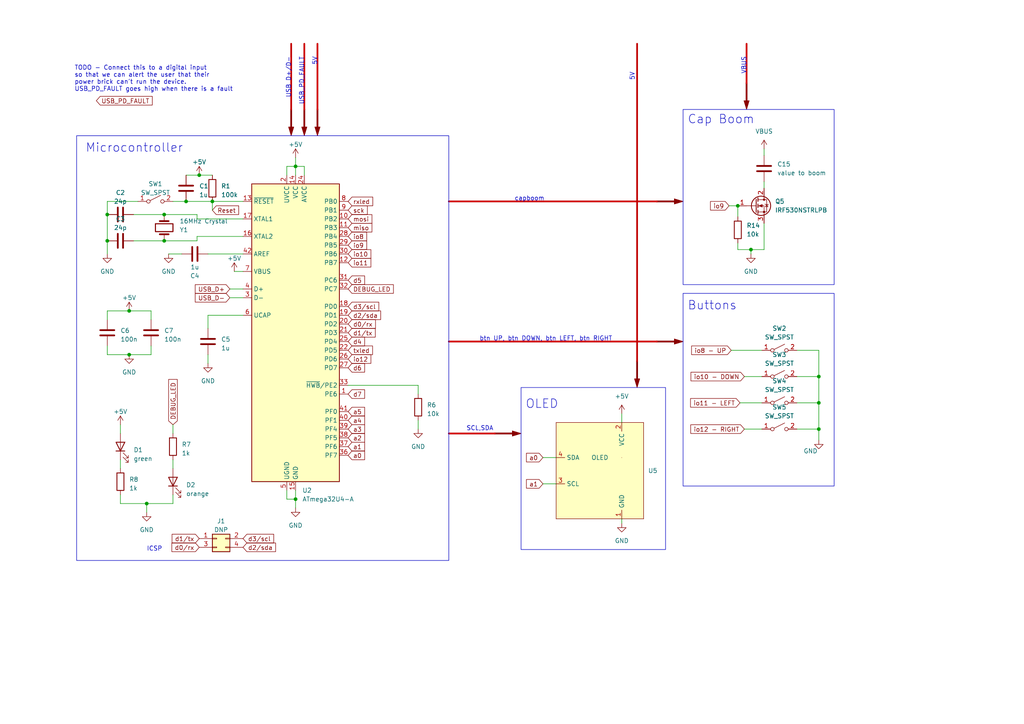
<source format=kicad_sch>
(kicad_sch (version 20230121) (generator eeschema)
  (paper "A4")
  (title_block (title "ExploSnake") (date "2023-10-19") (rev "r1") (company "Team 2"))
  (lib_symbols
    (symbol "Connector_Generic:Conn_02x02_Odd_Even" (pin_names (offset 1.016) hide)
      (property "Reference" "J" (at 1.27 2.54 0))
      (property "Value" "Conn_02x02_Odd_Even" (at 1.27 -5.08 0))
      (symbol "Conn_02x02_Odd_Even_1_1"
        (rectangle (start -1.27 -2.413) (end 0 -2.667) (stroke (width 0.1524)))
        (rectangle (start -1.27 0.127) (end 0 -0.127) (stroke (width 0.1524)))
        (rectangle (start -1.27 1.27) (end 3.81 -3.81) (stroke (width 0.254)) (fill (type background)))
        (rectangle (start 3.81 -2.413) (end 2.54 -2.667) (stroke (width 0.1524)))
        (rectangle (start 3.81 0.127) (end 2.54 -0.127) (stroke (width 0.1524)))
        (pin passive line (at -5.08 0 0) (length 3.81) (name "Pin_1") (number "1"))
        (pin passive line (at 7.62 0 180) (length 3.81) (name "Pin_2") (number "2"))
        (pin passive line (at -5.08 -2.54 0) (length 3.81) (name "Pin_3") (number "3"))
        (pin passive line (at 7.62 -2.54 180) (length 3.81) (name "Pin_4") (number "4"))
      )
    )
    (symbol "Device:C" (pin_numbers hide) (pin_names (offset 0.254))
      (property "Reference" "C" (at 0.635 2.54 0))
      (property "Value" "C" (at 0.635 -2.54 0))
      (symbol "C_0_1"
        (polyline (pts (xy -2.032 -0.762) (xy 2.032 -0.762)) (stroke (width 0.508)))
        (polyline (pts (xy -2.032 0.762) (xy 2.032 0.762)) (stroke (width 0.508)))
      )
      (symbol "C_1_1"
        (pin passive line (at 0 3.81 270) (length 2.794) (name "~") (number "1"))
        (pin passive line (at 0 -3.81 90) (length 2.794) (name "~") (number "2"))
      )
    )
    (symbol "Device:Crystal" (pin_numbers hide) (pin_names (offset 1.016) hide)
      (property "Reference" "Y" (at 0 3.81 0))
      (property "Value" "Crystal" (at 0 -3.81 0))
      (symbol "Crystal_0_1"
        (rectangle (start -1.143 2.54) (end 1.143 -2.54) (stroke (width 0.3048)))
        (polyline (pts (xy -2.54 0) (xy -1.905 0)))
        (polyline (pts (xy -1.905 -1.27) (xy -1.905 1.27)) (stroke (width 0.508)))
        (polyline (pts (xy 1.905 -1.27) (xy 1.905 1.27)) (stroke (width 0.508)))
        (polyline (pts (xy 2.54 0) (xy 1.905 0)))
      )
      (symbol "Crystal_1_1"
        (pin passive line (at -3.81 0 0) (length 1.27) (name "1") (number "1"))
        (pin passive line (at 3.81 0 180) (length 1.27) (name "2") (number "2"))
      )
    )
    (symbol "Device:LED" (pin_numbers hide) (pin_names (offset 1.016) hide)
      (property "Reference" "D" (at 0 2.54 0))
      (property "Value" "LED" (at 0 -2.54 0))
      (symbol "LED_0_1"
        (polyline (pts (xy -1.27 -1.27) (xy -1.27 1.27)) (stroke (width 0.254)))
        (polyline (pts (xy -1.27 0) (xy 1.27 0)))
        (polyline (pts (xy 1.27 -1.27) (xy 1.27 1.27) (xy -1.27 0) (xy 1.27 -1.27)) (stroke (width 0.254)))
        (polyline (pts (xy -3.048 -0.762) (xy -4.572 -2.286) (xy -3.81 -2.286) (xy -4.572 -2.286) (xy -4.572 -1.524)))
        (polyline (pts (xy -1.778 -0.762) (xy -3.302 -2.286) (xy -2.54 -2.286) (xy -3.302 -2.286) (xy -3.302 -1.524)))
      )
      (symbol "LED_1_1"
        (pin passive line (at -3.81 0 0) (length 2.54) (name "K") (number "1"))
        (pin passive line (at 3.81 0 180) (length 2.54) (name "A") (number "2"))
      )
    )
    (symbol "Device:Q_NMOS_GDS" (pin_names (offset 0) hide)
      (property "Reference" "Q" (at 5.08 1.27 0))
      (property "Value" "Q_NMOS_GDS" (at 5.08 -1.27 0))
      (symbol "Q_NMOS_GDS_0_1"
        (polyline (pts (xy 0.254 0) (xy -2.54 0)))
        (polyline (pts (xy 0.254 1.905) (xy 0.254 -1.905)) (stroke (width 0.254)))
        (polyline (pts (xy 0.762 -1.27) (xy 0.762 -2.286)) (stroke (width 0.254)))
        (polyline (pts (xy 0.762 0.508) (xy 0.762 -0.508)) (stroke (width 0.254)))
        (polyline (pts (xy 0.762 2.286) (xy 0.762 1.27)) (stroke (width 0.254)))
        (polyline (pts (xy 2.54 2.54) (xy 2.54 1.778)))
        (polyline (pts (xy 2.54 -2.54) (xy 2.54 0) (xy 0.762 0)))
        (polyline (pts (xy 0.762 -1.778) (xy 3.302 -1.778) (xy 3.302 1.778) (xy 0.762 1.778)))
        (polyline (pts (xy 1.016 0) (xy 2.032 0.381) (xy 2.032 -0.381) (xy 1.016 0)) (fill (type outline)))
        (polyline (pts (xy 2.794 0.508) (xy 2.921 0.381) (xy 3.683 0.381) (xy 3.81 0.254)))
        (polyline (pts (xy 3.302 0.381) (xy 2.921 -0.254) (xy 3.683 -0.254) (xy 3.302 0.381)))
        (circle (center 1.651 0) (radius 2.794) (stroke (width 0.254)))
        (circle (center 2.54 -1.778) (radius 0.254) (fill (type outline)))
        (circle (center 2.54 1.778) (radius 0.254) (fill (type outline)))
      )
      (symbol "Q_NMOS_GDS_1_1"
        (pin input line (at -5.08 0 0) (length 2.54) (name "G") (number "1"))
        (pin passive line (at 2.54 5.08 270) (length 2.54) (name "D") (number "2"))
        (pin passive line (at 2.54 -5.08 90) (length 2.54) (name "S") (number "3"))
      )
    )
    (symbol "Device:R" (pin_numbers hide) (pin_names (offset 0))
      (property "Reference" "R" (at 2.032 0 90))
      (property "Value" "R" (at 0 0 90))
      (symbol "R_0_1"
        (rectangle (start -1.016 -2.54) (end 1.016 2.54) (stroke (width 0.254)))
      )
      (symbol "R_1_1"
        (pin passive line (at 0 3.81 270) (length 1.27) (name "~") (number "1"))
        (pin passive line (at 0 -3.81 90) (length 1.27) (name "~") (number "2"))
      )
    )
    (symbol "Graphic:SYM_Arrow_Large" (in_bom no) (on_board no)
      (symbol "SYM_Arrow_Large_0_1"
        (polyline (pts (xy 2.54 0) (xy -3.81 0)) (stroke (width 0.508)))
        (polyline (pts (xy 3.81 0) (xy 1.27 -0.762) (xy 1.27 0.762) (xy 3.81 0)) (fill (type outline)))
      )
    )
    (symbol "MCU_Microchip_ATmega:ATmega32U4-A"
      (property "Reference" "U" (at -12.7 44.45 0))
      (property "Value" "ATmega32U4-A" (at 2.54 -44.45 0))
      (symbol "ATmega32U4-A_0_1"
        (rectangle (start -12.7 -43.18) (end 12.7 43.18) (stroke (width 0.254)) (fill (type background)))
      )
      (symbol "ATmega32U4-A_1_1"
        (pin bidirectional line (at 15.24 -17.78 180) (length 2.54) (name "PE6") (number "1"))
        (pin bidirectional line (at 15.24 33.02 180) (length 2.54) (name "PB2") (number "10"))
        (pin bidirectional line (at 15.24 30.48 180) (length 2.54) (name "PB3") (number "11"))
        (pin bidirectional line (at 15.24 20.32 180) (length 2.54) (name "PB7") (number "12"))
        (pin input line (at -15.24 38.1 0) (length 2.54) (name "~{RESET}") (number "13"))
        (pin power_in line (at 0 45.72 270) (length 2.54) (name "VCC") (number "14"))
        (pin power_in line (at 0 -45.72 90) (length 2.54) (name "GND") (number "15"))
        (pin output line (at -15.24 27.94 0) (length 2.54) (name "XTAL2") (number "16"))
        (pin input line (at -15.24 33.02 0) (length 2.54) (name "XTAL1") (number "17"))
        (pin bidirectional line (at 15.24 7.62 180) (length 2.54) (name "PD0") (number "18"))
        (pin bidirectional line (at 15.24 5.08 180) (length 2.54) (name "PD1") (number "19"))
        (pin power_in line (at -2.54 45.72 270) (length 2.54) (name "UVCC") (number "2"))
        (pin bidirectional line (at 15.24 2.54 180) (length 2.54) (name "PD2") (number "20"))
        (pin bidirectional line (at 15.24 0 180) (length 2.54) (name "PD3") (number "21"))
        (pin bidirectional line (at 15.24 -5.08 180) (length 2.54) (name "PD5") (number "22"))
        (pin passive line (at 0 -45.72 90) (length 2.54) hide (name "GND") (number "23"))
        (pin power_in line (at 2.54 45.72 270) (length 2.54) (name "AVCC") (number "24"))
        (pin bidirectional line (at 15.24 -2.54 180) (length 2.54) (name "PD4") (number "25"))
        (pin bidirectional line (at 15.24 -7.62 180) (length 2.54) (name "PD6") (number "26"))
        (pin bidirectional line (at 15.24 -10.16 180) (length 2.54) (name "PD7") (number "27"))
        (pin bidirectional line (at 15.24 27.94 180) (length 2.54) (name "PB4") (number "28"))
        (pin bidirectional line (at 15.24 25.4 180) (length 2.54) (name "PB5") (number "29"))
        (pin bidirectional line (at -15.24 10.16 0) (length 2.54) (name "D-") (number "3"))
        (pin bidirectional line (at 15.24 22.86 180) (length 2.54) (name "PB6") (number "30"))
        (pin bidirectional line (at 15.24 15.24 180) (length 2.54) (name "PC6") (number "31"))
        (pin bidirectional line (at 15.24 12.7 180) (length 2.54) (name "PC7") (number "32"))
        (pin bidirectional line (at 15.24 -15.24 180) (length 2.54) (name "~{HWB}/PE2") (number "33"))
        (pin passive line (at 0 45.72 270) (length 2.54) hide (name "VCC") (number "34"))
        (pin passive line (at 0 -45.72 90) (length 2.54) hide (name "GND") (number "35"))
        (pin bidirectional line (at 15.24 -35.56 180) (length 2.54) (name "PF7") (number "36"))
        (pin bidirectional line (at 15.24 -33.02 180) (length 2.54) (name "PF6") (number "37"))
        (pin bidirectional line (at 15.24 -30.48 180) (length 2.54) (name "PF5") (number "38"))
        (pin bidirectional line (at 15.24 -27.94 180) (length 2.54) (name "PF4") (number "39"))
        (pin bidirectional line (at -15.24 12.7 0) (length 2.54) (name "D+") (number "4"))
        (pin bidirectional line (at 15.24 -25.4 180) (length 2.54) (name "PF1") (number "40"))
        (pin bidirectional line (at 15.24 -22.86 180) (length 2.54) (name "PF0") (number "41"))
        (pin passive line (at -15.24 22.86 0) (length 2.54) (name "AREF") (number "42"))
        (pin passive line (at 0 -45.72 90) (length 2.54) hide (name "GND") (number "43"))
        (pin passive line (at 2.54 45.72 270) (length 2.54) hide (name "AVCC") (number "44"))
        (pin passive line (at -2.54 -45.72 90) (length 2.54) (name "UGND") (number "5"))
        (pin passive line (at -15.24 5.08 0) (length 2.54) (name "UCAP") (number "6"))
        (pin input line (at -15.24 17.78 0) (length 2.54) (name "VBUS") (number "7"))
        (pin bidirectional line (at 15.24 38.1 180) (length 2.54) (name "PB0") (number "8"))
        (pin bidirectional line (at 15.24 35.56 180) (length 2.54) (name "PB1") (number "9"))
      )
    )
    (symbol "Switch:SW_SPST" (pin_names (offset 0) hide)
      (property "Reference" "SW" (at 0 3.175 0))
      (property "Value" "SW_SPST" (at 0 -2.54 0))
      (symbol "SW_SPST_0_0"
        (circle (center -2.032 0) (radius 0.508))
        (polyline (pts (xy -1.524 0.254) (xy 1.524 1.778)))
        (circle (center 2.032 0) (radius 0.508))
      )
      (symbol "SW_SPST_1_1"
        (pin passive line (at -5.08 0 0) (length 2.54) (name "A") (number "1"))
        (pin passive line (at 5.08 0 180) (length 2.54) (name "B") (number "2"))
      )
    )
    (symbol "oled:oled_128x64"
      (property "Reference" "U" (at 0 16.51 0))
      (symbol "oled_128x64_0_1"
        (arc (start 6.35 3.81) (mid 6.35 3.81) (end 6.35 3.81))
      )
      (symbol "oled_128x64_1_1"
        (rectangle (start -12.7 13.97) (end 12.7 -13.97) (fill (type background)))
        (pin output line (at 6.35 -13.97 90) (length 2.54) (name "GND") (number "1"))
        (pin input line (at 6.35 13.97 270) (length 2.54) (name "VCC") (number "2"))
        (pin input line (at -12.7 -3.81 0) (length 2.54) (name "SCL") (number "3"))
        (pin input line (at -12.7 3.81 0) (length 2.54) (name "SDA") (number "4"))
      )
    )
    (symbol "power:+5V" (power) (pin_names (offset 0))
      (property "Value" "+5V" (at 0 3.556 0))
      (symbol "+5V_0_1"
        (polyline (pts (xy -0.762 1.27) (xy 0 2.54)))
        (polyline (pts (xy 0 0) (xy 0 2.54)))
        (polyline (pts (xy 0 2.54) (xy 0.762 1.27)))
      )
      (symbol "+5V_1_1"
        (pin power_in line (at 0 0 90) (length 0) hide (name "+5V") (number "1"))
      )
    )
    (symbol "power:GND" (power) (pin_names (offset 0))
      (property "Value" "GND" (at 0 -3.81 0))
      (symbol "GND_0_1"
        (polyline (pts (xy 0 0) (xy 0 -1.27) (xy 1.27 -1.27) (xy 0 -2.54) (xy -1.27 -1.27) (xy 0 -1.27)))
      )
      (symbol "GND_1_1"
        (pin power_in line (at 0 0 270) (length 0) hide (name "GND") (number "1"))
      )
    )
    (symbol "power:VBUS" (power) (pin_names (offset 0))
      (property "Value" "VBUS" (at 0 3.81 0))
      (symbol "VBUS_0_1"
        (polyline (pts (xy -0.762 1.27) (xy 0 2.54)))
        (polyline (pts (xy 0 0) (xy 0 2.54)))
        (polyline (pts (xy 0 2.54) (xy 0.762 1.27)))
      )
      (symbol "VBUS_1_1"
        (pin power_in line (at 0 0 90) (length 0) hide (name "VBUS") (number "1"))
      )
    )
  )
  (junction (at 237.49 109.22))
  (junction (at 237.49 116.84))
  (junction (at 47.625 62.23))
  (junction (at 31.115 69.85))
  (junction (at 237.49 124.46))
  (junction (at 213.995 59.69))
  (junction (at 61.595 58.42))
  (junction (at 31.115 62.23))
  (junction (at 57.785 50.8))
  (junction (at 42.545 146.05))
  (junction (at 85.725 48.26))
  (junction (at 47.625 69.85))
  (junction (at 37.465 90.17))
  (junction (at 217.805 72.39))
  (junction (at 85.725 144.78))
  (junction (at 53.975 58.42))
  (junction (at 37.465 102.87))
  (wire (pts (xy 31.115 102.87) (xy 37.465 102.87)))
  (polyline (pts (xy 88.265 12.7) (xy 88.265 31.75)) (stroke (width 0.5) (type solid) (color 192 0 0 1)))
  (wire (pts (xy 121.285 111.76) (xy 121.285 114.3)))
  (wire (pts (xy 215.9 124.46) (xy 220.98 124.46)))
  (wire (pts (xy 57.15 62.23) (xy 57.15 63.5)))
  (wire (pts (xy 48.895 73.66) (xy 52.705 73.66)))
  (wire (pts (xy 61.595 58.42) (xy 70.485 58.42)))
  (polyline (pts (xy 84.455 12.7) (xy 84.455 31.75)) (stroke (width 0.5) (type solid) (color 192 0 0 1)))
  (wire (pts (xy 85.725 45.72) (xy 85.725 48.26)))
  (wire (pts (xy 57.15 63.5) (xy 70.485 63.5)))
  (wire (pts (xy 85.725 50.8) (xy 85.725 48.26)))
  (wire (pts (xy 66.675 83.82) (xy 70.485 83.82)))
  (wire (pts (xy 42.545 146.05) (xy 50.165 146.05)))
  (wire (pts (xy 47.625 62.23) (xy 57.15 62.23)))
  (wire (pts (xy 37.465 102.87) (xy 43.815 102.87)))
  (wire (pts (xy 221.615 52.705) (xy 221.615 54.61)))
  (wire (pts (xy 237.49 101.6) (xy 237.49 109.22)))
  (wire (pts (xy 42.545 146.05) (xy 42.545 148.59)))
  (wire (pts (xy 47.625 69.85) (xy 57.15 69.85)))
  (wire (pts (xy 217.805 73.66) (xy 217.805 72.39)))
  (wire (pts (xy 88.265 48.26) (xy 85.725 48.26)))
  (wire (pts (xy 214.63 116.84) (xy 220.98 116.84)))
  (wire (pts (xy 53.975 50.8) (xy 57.785 50.8)))
  (wire (pts (xy 85.725 142.24) (xy 85.725 144.78)))
  (wire (pts (xy 31.115 90.17) (xy 37.465 90.17)))
  (wire (pts (xy 57.15 68.58) (xy 70.485 68.58)))
  (wire (pts (xy 43.815 92.71) (xy 43.815 90.17)))
  (wire (pts (xy 217.805 72.39) (xy 221.615 72.39)))
  (wire (pts (xy 237.49 124.46) (xy 237.49 127.635)))
  (wire (pts (xy 50.165 146.05) (xy 50.165 143.51)))
  (wire (pts (xy 43.815 102.87) (xy 43.815 100.33)))
  (polyline (pts (xy 130.175 125.73) (xy 143.51 125.73)) (stroke (width 0.5) (color 192 0 0 1)))
  (wire (pts (xy 70.485 91.44) (xy 60.325 91.44)))
  (wire (pts (xy 53.975 58.42) (xy 61.595 58.42)))
  (wire (pts (xy 34.925 146.05) (xy 42.545 146.05)))
  (wire (pts (xy 213.995 72.39) (xy 217.805 72.39)))
  (wire (pts (xy 31.115 90.17) (xy 31.115 92.71)))
  (polyline (pts (xy 92.075 12.7) (xy 92.075 31.75)) (stroke (width 0.5) (type solid) (color 192 0 0 1)))
  (wire (pts (xy 231.14 116.84) (xy 237.49 116.84)))
  (wire (pts (xy 31.115 69.85) (xy 31.115 73.66)))
  (wire (pts (xy 213.995 72.39) (xy 213.995 70.485)))
  (wire (pts (xy 85.725 147.32) (xy 85.725 144.78)))
  (polyline (pts (xy 216.535 12.7) (xy 216.535 24.13)) (stroke (width 0.5) (type solid) (color 192 0 0 1)))
  (wire (pts (xy 66.675 86.36) (xy 70.485 86.36)))
  (wire (pts (xy 100.965 111.76) (xy 121.285 111.76)))
  (wire (pts (xy 67.945 78.74) (xy 70.485 78.74)))
  (wire (pts (xy 231.14 101.6) (xy 237.49 101.6)))
  (wire (pts (xy 212.09 101.6) (xy 220.98 101.6)))
  (wire (pts (xy 31.115 62.23) (xy 31.115 69.85)))
  (wire (pts (xy 237.49 124.46) (xy 237.49 116.84)))
  (wire (pts (xy 40.005 58.42) (xy 31.115 58.42)))
  (wire (pts (xy 50.165 123.19) (xy 50.165 125.73)))
  (wire (pts (xy 211.455 59.69) (xy 213.995 59.69)))
  (wire (pts (xy 231.14 124.46) (xy 237.49 124.46)))
  (wire (pts (xy 37.465 90.17) (xy 43.815 90.17)))
  (wire (pts (xy 231.14 109.22) (xy 237.49 109.22)))
  (wire (pts (xy 50.165 133.35) (xy 50.165 135.89)))
  (wire (pts (xy 34.925 123.19) (xy 34.925 125.73)))
  (wire (pts (xy 50.165 58.42) (xy 53.975 58.42)))
  (polyline (pts (xy 130.175 58.42) (xy 190.5 58.42)) (stroke (width 0.5) (color 192 0 0 1)))
  (wire (pts (xy 157.48 140.335) (xy 161.29 140.335)))
  (wire (pts (xy 180.34 120.015) (xy 180.34 122.555)))
  (wire (pts (xy 215.9 109.22) (xy 220.98 109.22)))
  (wire (pts (xy 38.735 62.23) (xy 47.625 62.23)))
  (wire (pts (xy 237.49 109.22) (xy 237.49 116.84)))
  (polyline (pts (xy 184.785 12.7) (xy 184.785 104.775)) (stroke (width 0.5) (type solid) (color 192 0 0 1)))
  (wire (pts (xy 57.785 50.8) (xy 61.595 50.8)))
  (wire (pts (xy 31.115 58.42) (xy 31.115 62.23)))
  (wire (pts (xy 88.265 50.8) (xy 88.265 48.26)))
  (wire (pts (xy 60.325 73.66) (xy 70.485 73.66)))
  (wire (pts (xy 180.34 150.495) (xy 180.34 151.765)))
  (wire (pts (xy 60.325 91.44) (xy 60.325 95.25)))
  (wire (pts (xy 57.15 68.58) (xy 57.15 69.85)))
  (wire (pts (xy 31.115 100.33) (xy 31.115 102.87)))
  (wire (pts (xy 34.925 133.35) (xy 34.925 135.89)))
  (wire (pts (xy 85.725 144.78) (xy 83.185 144.78)))
  (wire (pts (xy 60.325 102.87) (xy 60.325 105.41)))
  (polyline (pts (xy 130.175 99.06) (xy 190.5 99.06)) (stroke (width 0.5) (color 192 0 0 1)))
  (wire (pts (xy 121.285 121.92) (xy 121.285 124.46)))
  (wire (pts (xy 221.615 64.77) (xy 221.615 72.39)))
  (wire (pts (xy 83.185 144.78) (xy 83.185 142.24)))
  (wire (pts (xy 47.625 69.85) (xy 38.735 69.85)))
  (wire (pts (xy 83.185 48.26) (xy 85.725 48.26)))
  (wire (pts (xy 213.995 62.865) (xy 213.995 59.69)))
  (wire (pts (xy 61.595 58.42) (xy 61.595 60.96)))
  (wire (pts (xy 221.615 43.18) (xy 221.615 45.085)))
  (wire (pts (xy 157.48 132.715) (xy 161.29 132.715)))
  (wire (pts (xy 83.185 48.26) (xy 83.185 50.8)))
  (wire (pts (xy 34.925 143.51) (xy 34.925 146.05)))
  (rectangle (start 198.12 31.75) (end 241.935 82.55))
  (rectangle (start 22.225 39.37) (end 130.175 162.56))
  (rectangle (start 151.13 112.395) (end 193.04 159.385))
  (rectangle (start 198.12 85.09) (end 241.935 140.97))
  (text "Microcontroller" (at 24.765 44.45 0) (effects (font (size 2.5 2.5)) (justify left bottom)))
  (text "SCL,SDA" (at 135.255 125.095 0) (effects (font (size 1.27 1.27)) (justify left bottom)))
  (text "VBUS" (at 216.535 16.51 90) (effects (font (size 1.27 1.27)) (justify right bottom)))
  (text "Cap Boom" (at 199.39 36.195 0) (effects (font (size 2.5 2.5)) (justify left bottom)))
  (text "5V" (at 184.15 20.955 90) (effects (font (size 1.27 1.27)) (justify right bottom)))
  (text "5V" (at 92.075 16.51 90) (effects (font (size 1.27 1.27)) (justify right bottom)))
  (text "TODO - Connect this to a digital input\nso that we can alert the user that their\npower brick can't run the device.\nUSB_PD_FAULT goes high when there is a fault" (at 21.59 26.67 0) (effects (font (size 1.27 1.27)) (justify left bottom)))
  (text "USB D+/D-" (at 84.455 16.51 90) (effects (font (size 1.27 1.27)) (justify right bottom)))
  (text "ICSP" (at 42.545 160.02 0) (effects (font (size 1.27 1.27)) (justify left bottom)))
  (text "Buttons" (at 199.39 90.17 0) (effects (font (size 2.5 2.5)) (justify left bottom)))
  (text "capboom" (at 149.225 58.42 0) (effects (font (size 1.27 1.27)) (justify left bottom)))
  (text "USB_PD_FAULT" (at 88.265 16.51 90) (effects (font (size 1.27 1.27)) (justify right bottom)))
  (text "OLED" (at 152.4 118.745 0) (effects (font (size 2.5 2.5)) (justify left bottom)))
  (text "btn UP, btn DOWN, btn LEFT, btn RIGHT" (at 139.065 99.06 0) (effects (font (size 1.27 1.27)) (justify left bottom)))
  (global_label "io8" (shape input) (at 100.965 68.58 0) (property "Intersheetrefs" "${INTERSHEET_REFS}" (effects hide)))
  (global_label "io12 - RIGHT" (shape input) (at 215.9 124.46 180) (property "Intersheetrefs" "${INTERSHEET_REFS}" (effects hide)))
  (global_label "d4" (shape input) (at 100.965 99.06 0) (property "Intersheetrefs" "${INTERSHEET_REFS}" (effects hide)))
  (global_label "io9" (shape input) (at 100.965 71.12 0) (property "Intersheetrefs" "${INTERSHEET_REFS}" (effects hide)))
  (global_label "d0{slash}rx" (shape input) (at 100.965 93.98 0) (property "Intersheetrefs" "${INTERSHEET_REFS}" (effects hide)))
  (global_label "io10 - DOWN" (shape input) (at 215.9 109.22 180) (property "Intersheetrefs" "${INTERSHEET_REFS}" (effects hide)))
  (global_label "d3{slash}scl" (shape input) (at 70.485 156.21 0) (property "Intersheetrefs" "${INTERSHEET_REFS}" (effects hide)))
  (global_label "USB_PD_FAULT" (shape input) (at 27.94 29.21 0) (property "Intersheetrefs" "${INTERSHEET_REFS}" (effects hide)))
  (global_label "io10" (shape input) (at 100.965 73.66 0) (property "Intersheetrefs" "${INTERSHEET_REFS}" (effects hide)))
  (global_label "d6" (shape input) (at 100.965 106.68 0) (property "Intersheetrefs" "${INTERSHEET_REFS}" (effects hide)))
  (global_label "d3{slash}scl" (shape input) (at 100.965 88.9 0) (property "Intersheetrefs" "${INTERSHEET_REFS}" (effects hide)))
  (global_label "txled" (shape input) (at 100.965 101.6 0) (property "Intersheetrefs" "${INTERSHEET_REFS}" (effects hide)))
  (global_label "d2{slash}sda" (shape input) (at 70.485 158.75 0) (property "Intersheetrefs" "${INTERSHEET_REFS}" (effects hide)))
  (global_label "DEBUG_LED" (shape input) (at 50.165 123.19 90) (property "Intersheetrefs" "${INTERSHEET_REFS}" (effects hide)))
  (global_label "Reset" (shape input) (at 61.595 60.96 0) (property "Intersheetrefs" "${INTERSHEET_REFS}" (effects hide)))
  (global_label "io9" (shape input) (at 211.455 59.69 180) (property "Intersheetrefs" "${INTERSHEET_REFS}" (effects hide)))
  (global_label "USB_D+" (shape input) (at 66.675 83.82 180) (property "Intersheetrefs" "${INTERSHEET_REFS}" (effects hide)))
  (global_label "d5" (shape input) (at 100.965 81.28 0) (property "Intersheetrefs" "${INTERSHEET_REFS}" (effects hide)))
  (global_label "a0" (shape input) (at 100.965 132.08 0) (property "Intersheetrefs" "${INTERSHEET_REFS}" (effects hide)))
  (global_label "io11" (shape input) (at 100.965 76.2 0) (property "Intersheetrefs" "${INTERSHEET_REFS}" (effects hide)))
  (global_label "d2{slash}sda" (shape input) (at 100.965 91.44 0) (property "Intersheetrefs" "${INTERSHEET_REFS}" (effects hide)))
  (global_label "USB_D-" (shape input) (at 66.675 86.36 180) (property "Intersheetrefs" "${INTERSHEET_REFS}" (effects hide)))
  (global_label "a1" (shape input) (at 100.965 129.54 0) (property "Intersheetrefs" "${INTERSHEET_REFS}" (effects hide)))
  (global_label "a1" (shape input) (at 157.48 140.335 180) (property "Intersheetrefs" "${INTERSHEET_REFS}" (effects hide)))
  (global_label "miso" (shape input) (at 100.965 66.04 0) (property "Intersheetrefs" "${INTERSHEET_REFS}" (effects hide)))
  (global_label "a2" (shape input) (at 100.965 127 0) (property "Intersheetrefs" "${INTERSHEET_REFS}" (effects hide)))
  (global_label "mosi" (shape input) (at 100.965 63.5 0) (property "Intersheetrefs" "${INTERSHEET_REFS}" (effects hide)))
  (global_label "d7" (shape input) (at 100.965 114.3 0) (property "Intersheetrefs" "${INTERSHEET_REFS}" (effects hide)))
  (global_label "a3" (shape input) (at 100.965 124.46 0) (property "Intersheetrefs" "${INTERSHEET_REFS}" (effects hide)))
  (global_label "rxled" (shape input) (at 100.965 58.42 0) (property "Intersheetrefs" "${INTERSHEET_REFS}" (effects hide)))
  (global_label "a4" (shape input) (at 100.965 121.92 0) (property "Intersheetrefs" "${INTERSHEET_REFS}" (effects hide)))
  (global_label "io12" (shape input) (at 100.965 104.14 0) (property "Intersheetrefs" "${INTERSHEET_REFS}" (effects hide)))
  (global_label "io11 - LEFT" (shape input) (at 214.63 116.84 180) (property "Intersheetrefs" "${INTERSHEET_REFS}" (effects hide)))
  (global_label "a0" (shape input) (at 157.48 132.715 180) (property "Intersheetrefs" "${INTERSHEET_REFS}" (effects hide)))
  (global_label "d0{slash}rx" (shape input) (at 57.785 158.75 180) (property "Intersheetrefs" "${INTERSHEET_REFS}" (effects hide)))
  (global_label "DEBUG_LED" (shape input) (at 100.965 83.82 0) (property "Intersheetrefs" "${INTERSHEET_REFS}" (effects hide)))
  (global_label "d1{slash}tx" (shape input) (at 100.965 96.52 0) (property "Intersheetrefs" "${INTERSHEET_REFS}" (effects hide)))
  (global_label "d1{slash}tx" (shape input) (at 57.785 156.21 180) (property "Intersheetrefs" "${INTERSHEET_REFS}" (effects hide)))
  (global_label "a5" (shape input) (at 100.965 119.38 0) (property "Intersheetrefs" "${INTERSHEET_REFS}" (effects hide)))
  (global_label "io8 - UP" (shape input) (at 212.09 101.6 180) (property "Intersheetrefs" "${INTERSHEET_REFS}" (effects hide)))
  (global_label "sck" (shape input) (at 100.965 60.96 0) (property "Intersheetrefs" "${INTERSHEET_REFS}" (effects hide)))
  (symbol (lib_id "power:GND") (at 42.545 148.59 0) (unit 1)
    (property "Reference" "#PWR015" (effects hide))
    (property "Value" "GND" (at 42.545 153.67 0))
    (instances (project "es-board" (path "" (reference "#PWR015") (unit 1)) (path "" (reference "#PWR016") (unit 1))) (project "arduino-ruler" (path "" (reference "#PWR012") (unit 1))))
  )
  (symbol (lib_id "Device:Crystal") (at 47.625 66.04 90) (mirror x) (unit 1)
    (property "Reference" "Y1" (at 52.07 66.675 90) (effects (justify right)))
    (property "Value" "16MHz Crystal" (at 52.07 64.135 90) (effects (justify right)))
    (property "Footprint" "Crystal:Crystal_SMD_3225-4Pin_3.2x2.5mm" (effects hide))
    (property "DPN" "2151-RH100-16.000-16-3030-EXT-TRCT-ND" (effects hide))
    (property "MPN" "RH100-16.000-16-3030-EXT-TR" (effects hide))
  )
  (symbol (lib_id "power:+5V") (at 85.725 45.72 0) (unit 1)
    (property "Reference" "#PWR01" (effects hide))
    (property "Value" "+5V" (at 85.725 41.91 0))
    (instances (project "es-board" (path "" (reference "#PWR01") (unit 1)) (path "" (reference "#PWR01") (unit 1))) (project "arduino-ruler" (path "" (reference "#PWR03") (unit 1))))
  )
  (symbol (lib_id "Device:LED") (at 34.925 129.54 90) (unit 1)
    (property "Reference" "D1" (at 38.735 130.4925 90) (effects (justify right)))
    (property "Value" "green" (at 38.735 133.0325 90) (effects (justify right)))
    (property "Footprint" "LED_SMD:LED_1206_3216Metric" (effects hide))
    (property "DPN" "160-1169-1-ND" (effects hide))
    (property "MPN" "LTST-C150GKT" (effects hide))
  )
  (symbol (lib_id "power:+5V") (at 34.925 123.19 0) (unit 1)
    (property "Reference" "#PWR010" (effects hide))
    (property "Value" "+5V" (at 34.925 119.38 0))
    (instances (project "es-board" (path "" (reference "#PWR010") (unit 1)) (path "" (reference "#PWR012") (unit 1))) (project "arduino-ruler" (path "" (reference "#PWR015") (unit 1))))
  )
  (symbol (lib_id "power:+5V") (at 67.945 78.74 0) (unit 1)
    (property "Reference" "#PWR07" (effects hide))
    (property "Value" "+5V" (at 67.945 74.93 0))
  )
  (symbol (lib_id "Graphic:SYM_Arrow_Large") (at 216.535 27.94 270) (unit 1) (in_bom no) (on_board no)
    (property "Reference" "#SYM1" (effects hide))
    (property "Value" "SYM_Arrow_Large" (effects hide))
    (property "Sim.Enable" "0" (effects hide))
    (instances (project "es-board" (path "" (reference "#SYM1") (unit 1)) (path "" (reference "#SYM5") (unit 1))))
  )
  (symbol (lib_id "Device:C") (at 34.925 69.85 270) (unit 1)
    (property "Reference" "C3" (at 34.925 63.5 90))
    (property "Value" "24p" (at 34.925 66.04 90))
    (property "Footprint" "Capacitor_SMD:C_1206_3216Metric" (effects hide))
    (property "DPN" "478-12061A240JAT2ACT-ND" (effects hide))
    (property "MPN" "12061A240JAT2A" (effects hide))
    (instances (project "es-board" (path "" (reference "C3") (unit 1)) (path "" (reference "C3") (unit 1))) (project "arduino-ruler" (path "" (reference "C2") (unit 1))))
  )
  (symbol (lib_id "power:GND") (at 48.895 73.66 0) (unit 1)
    (property "Reference" "#PWR05" (effects hide))
    (property "Value" "GND" (at 48.895 78.74 0))
    (instances (project "es-board" (path "" (reference "#PWR05") (unit 1)) (path "" (reference "#PWR05") (unit 1))) (project "arduino-ruler" (path "" (reference "#PWR08") (unit 1))))
  )
  (symbol (lib_id "Switch:SW_SPST") (at 226.06 109.22 0) (unit 1)
    (property "Reference" "SW3" (at 226.06 102.87 0))
    (property "Value" "SW_SPST" (at 226.06 105.41 0))
    (property "Footprint" "Button_Switch_SMD:SW_SPST_SKQG_WithStem" (effects hide))
    (property "DPN" "CKN12220-1-ND" (effects hide))
    (property "MPN" "PTS526 SM15 SMTR2 LFS" (effects hide))
  )
  (symbol (lib_id "Graphic:SYM_Arrow_Large") (at 88.265 35.56 270) (unit 1) (in_bom no) (on_board no)
    (property "Reference" "#SYM3" (effects hide))
    (property "Value" "SYM_Arrow_Large" (effects hide))
    (property "Sim.Enable" "0" (effects hide))
    (instances (project "es-board" (path "" (reference "#SYM3") (unit 1)) (path "" (reference "#SYM7") (unit 1))))
  )
  (symbol (lib_id "power:+5V") (at 180.34 120.015 0) (unit 1)
    (property "Reference" "#PWR032" (effects hide))
    (property "Value" "+5V" (at 180.34 114.935 0))
  )
  (symbol (lib_id "power:GND") (at 31.115 73.66 0) (unit 1)
    (property "Reference" "#PWR04" (effects hide))
    (property "Value" "GND" (at 31.115 78.74 0))
    (instances (project "es-board" (path "" (reference "#PWR04") (unit 1)) (path "" (reference "#PWR04") (unit 1))) (project "arduino-ruler" (path "" (reference "#PWR01") (unit 1))))
  )
  (symbol (lib_id "Graphic:SYM_Arrow_Large") (at 194.31 99.06 0) (unit 1) (in_bom no) (on_board no)
    (property "Reference" "#SYM1" (effects hide))
    (property "Value" "SYM_Arrow_Large" (effects hide))
    (property "Sim.Enable" "0" (effects hide))
    (instances (project "es-board" (path "" (reference "#SYM1") (unit 1)) (path "" (reference "#SYM16") (unit 1))))
  )
  (symbol (lib_id "Graphic:SYM_Arrow_Large") (at 194.31 58.42 0) (unit 1) (in_bom no) (on_board no)
    (property "Reference" "#SYM1" (effects hide))
    (property "Value" "SYM_Arrow_Large" (effects hide))
    (property "Sim.Enable" "0" (effects hide))
    (instances (project "es-board" (path "" (reference "#SYM1") (unit 1)) (path "" (reference "#SYM14") (unit 1))))
  )
  (symbol (lib_id "Switch:SW_SPST") (at 45.085 58.42 0) (unit 1)
    (property "Reference" "SW1" (at 45.085 53.34 0))
    (property "Value" "SW_SPST" (at 45.085 55.88 0))
    (property "Footprint" "Button_Switch_SMD:SW_SPST_SKQG_WithStem" (effects hide))
    (property "DPN" "CKN12220-1-ND" (effects hide))
    (property "MPN" "PTS526 SM15 SMTR2 LFS" (effects hide))
  )
  (symbol (lib_id "Device:C") (at 31.115 96.52 0) (unit 1)
    (property "Reference" "C6" (at 34.925 95.885 0) (effects (justify left)))
    (property "Value" "100n" (at 34.925 98.425 0) (effects (justify left)))
    (property "Footprint" "Capacitor_SMD:C_1206_3216Metric" (effects hide))
    (property "DPN" "1276-1017-1-ND" (effects hide))
    (property "MPN" "CL31B104KBCNNNC" (effects hide))
    (instances (project "es-board" (path "" (reference "C6") (unit 1)) (path "" (reference "C5") (unit 1))) (project "arduino-ruler" (path "" (reference "C6") (unit 1))))
  )
  (symbol (lib_id "Device:R") (at 213.995 66.675 180) (unit 1)
    (property "Reference" "R14" (at 216.535 65.405 0) (effects (justify right)))
    (property "Value" "10k" (at 216.535 67.945 0) (effects (justify right)))
    (property "Footprint" "Resistor_SMD:R_1206_3216Metric" (effects hide))
    (property "DPN" "738-RMCF1206JG10K0CT-ND" (effects hide))
    (property "MPN" "RMCF1206JG10K0" (effects hide))
  )
  (symbol (lib_id "Graphic:SYM_Arrow_Large") (at 92.075 35.56 270) (unit 1) (in_bom no) (on_board no)
    (property "Reference" "#SYM2" (effects hide))
    (property "Value" "SYM_Arrow_Large" (effects hide))
    (property "Sim.Enable" "0" (effects hide))
    (instances (project "es-board" (path "" (reference "#SYM2") (unit 1)) (path "" (reference "#SYM6") (unit 1))))
  )
  (symbol (lib_id "power:GND") (at 60.325 105.41 0) (unit 1)
    (property "Reference" "#PWR09" (effects hide))
    (property "Value" "GND" (at 60.325 110.49 0))
    (instances (project "es-board" (path "" (reference "#PWR09") (unit 1)) (path "" (reference "#PWR011") (unit 1))) (project "arduino-ruler" (path "" (reference "#PWR04") (unit 1))))
  )
  (symbol (lib_id "Device:R") (at 61.595 54.61 0) (unit 1)
    (property "Reference" "R1" (at 64.135 53.975 0) (effects (justify left)))
    (property "Value" "100k" (at 64.135 56.515 0) (effects (justify left)))
    (property "Footprint" "Resistor_SMD:R_1206_3216Metric" (effects hide))
    (property "DPN" "RMCF1206JG100K" (effects hide))
    (property "MPN" "RMCF1206JG100K" (effects hide))
  )
  (symbol (lib_id "Device:C") (at 53.975 54.61 0) (unit 1)
    (property "Reference" "C1" (at 57.785 53.975 0) (effects (justify left)))
    (property "Value" "1u" (at 57.785 56.515 0) (effects (justify left)))
    (property "Footprint" "Capacitor_SMD:C_1206_3216Metric" (effects hide))
    (property "DPN" "1276-3091-1-ND" (effects hide))
    (property "MPN" "CL31B105KBHNFNE" (effects hide))
    (instances (project "es-board" (path "" (reference "C1") (unit 1)) (path "" (reference "C1") (unit 1))) (project "arduino-ruler" (path "" (reference "C3") (unit 1))))
  )
  (symbol (lib_id "Switch:SW_SPST") (at 226.06 116.84 0) (unit 1)
    (property "Reference" "SW4" (at 226.06 110.49 0))
    (property "Value" "SW_SPST" (at 226.06 113.03 0))
    (property "Footprint" "Button_Switch_SMD:SW_SPST_SKQG_WithStem" (effects hide))
    (property "DPN" "CKN12220-1-ND" (effects hide))
    (property "MPN" "PTS526 SM15 SMTR2 LFS" (effects hide))
  )
  (symbol (lib_id "Graphic:SYM_Arrow_Large") (at 84.455 35.56 270) (unit 1) (in_bom no) (on_board no)
    (property "Reference" "#SYM4" (effects hide))
    (property "Value" "SYM_Arrow_Large" (effects hide))
    (property "Sim.Enable" "0" (effects hide))
    (instances (project "es-board" (path "" (reference "#SYM4") (unit 1)) (path "" (reference "#SYM8") (unit 1))))
  )
  (symbol (lib_id "MCU_Microchip_ATmega:ATmega32U4-A") (at 85.725 96.52 0) (unit 1)
    (property "Reference" "U2" (at 87.6809 142.24 0) (effects (justify left)))
    (property "Value" "ATmega32U4-A" (at 87.6809 144.78 0) (effects (justify left)))
    (property "Footprint" "Package_QFP:TQFP-44_10x10mm_P0.8mm" (effects hide))
    (property "Datasheet" "http://ww1.microchip.com/downloads/en/DeviceDoc/Atmel-7766-8-bit-AVR-ATmega16U4-32U4_Datasheet.pdf" (effects hide))
    (property "DPN" "ATMEGA32U4-AURCT-ND" (effects hide))
    (property "MPN" "IC MCU 8BIT 32KB FLASH 44TQFP" (effects hide))
    (instances (project "es-board" (path "" (reference "U2") (unit 1)) (path "" (reference "U2") (unit 1))) (project "arduino-ruler" (path "" (reference "U1") (unit 1))))
  )
  (symbol (lib_id "Device:C") (at 60.325 99.06 0) (unit 1)
    (property "Reference" "C5" (at 64.135 98.425 0) (effects (justify left)))
    (property "Value" "1u" (at 64.135 100.965 0) (effects (justify left)))
    (property "Footprint" "Capacitor_SMD:C_1206_3216Metric" (effects hide))
    (property "DPN" "1276-3091-1-ND" (effects hide))
    (property "MPN" "CL31B105KBHNFNE" (effects hide))
    (instances (project "es-board" (path "" (reference "C5") (unit 1)) (path "" (reference "C7") (unit 1))) (project "arduino-ruler" (path "" (reference "C4") (unit 1))))
  )
  (symbol (lib_id "Graphic:SYM_Arrow_Large") (at 184.785 108.585 270) (unit 1) (in_bom no) (on_board no)
    (property "Reference" "#SYM2" (effects hide))
    (property "Value" "SYM_Arrow_Large" (effects hide))
    (property "Sim.Enable" "0" (effects hide))
    (instances (project "es-board" (path "" (reference "#SYM2") (unit 1)) (path "" (reference "#SYM20") (unit 1))))
  )
  (symbol (lib_id "Device:LED") (at 50.165 139.7 90) (unit 1)
    (property "Reference" "D2" (at 53.975 140.6525 90) (effects (justify right)))
    (property "Value" "orange" (at 53.975 143.1925 90) (effects (justify right)))
    (property "Footprint" "LED_SMD:LED_1206_3216Metric" (effects hide))
    (property "DPN" "160-1403-1-ND" (effects hide))
    (property "MPN" "LTST-C150KFKT" (effects hide))
  )
  (symbol (lib_id "power:GND") (at 237.49 127.635 0) (unit 1)
    (property "Reference" "#PWR030" (effects hide))
    (property "Value" "GND" (at 233.045 130.81 0) (effects (justify left)))
  )
  (symbol (lib_id "power:VBUS") (at 221.615 43.18 0) (unit 1)
    (property "Reference" "#PWR029" (effects hide))
    (property "Value" "VBUS" (at 221.615 38.1 0))
  )
  (symbol (lib_id "Switch:SW_SPST") (at 226.06 101.6 0) (unit 1)
    (property "Reference" "SW2" (at 226.06 95.25 0))
    (property "Value" "SW_SPST" (at 226.06 97.79 0))
    (property "Footprint" "Button_Switch_SMD:SW_SPST_SKQG_WithStem" (effects hide))
    (property "DPN" "CKN12220-1-ND" (effects hide))
    (property "MPN" "PTS526 SM15 SMTR2 LFS" (effects hide))
  )
  (symbol (lib_id "Device:C") (at 34.925 62.23 270) (unit 1)
    (property "Reference" "C2" (at 34.925 55.88 90))
    (property "Value" "24p" (at 34.925 58.42 90))
    (property "Footprint" "Capacitor_SMD:C_1206_3216Metric" (effects hide))
    (property "DPN" "478-12061A240JAT2ACT-ND" (effects hide))
    (property "MPN" "12061A240JAT2A" (effects hide))
    (instances (project "es-board" (path "" (reference "C2") (unit 1)) (path "" (reference "C2") (unit 1))) (project "arduino-ruler" (path "" (reference "C1") (unit 1))))
  )
  (symbol (lib_id "power:GND") (at 85.725 147.32 0) (unit 1)
    (property "Reference" "#PWR016" (effects hide))
    (property "Value" "GND" (at 85.725 152.4 0))
    (instances (project "es-board" (path "" (reference "#PWR016") (unit 1)) (path "" (reference "#PWR015") (unit 1))) (project "arduino-ruler" (path "" (reference "#PWR09") (unit 1))))
  )
  (symbol (lib_id "Device:R") (at 50.165 129.54 0) (unit 1)
    (property "Reference" "R7" (at 52.705 128.905 0) (effects (justify left)))
    (property "Value" "1k" (at 52.705 131.445 0) (effects (justify left)))
    (property "Footprint" "Resistor_SMD:R_1206_3216Metric" (effects hide))
    (property "DPN" "RMCF1206JT1K00CT-ND" (effects hide))
    (property "MPN" "RMCF1206JT1K00" (effects hide))
    (instances (project "es-board" (path "" (reference "R7") (unit 1)) (path "" (reference "R7") (unit 1))) (project "arduino-ruler" (path "" (reference "R5") (unit 1))))
  )
  (symbol (lib_id "Connector_Generic:Conn_02x02_Odd_Even") (at 62.865 156.21 0) (unit 1)
    (property "Reference" "J1" (at 64.135 151.13 0))
    (property "Value" "DNP" (at 64.135 153.67 0))
    (property "Footprint" "Connector_PinHeader_2.54mm:PinHeader_1x04_P2.54mm_Vertical" (effects hide))
    (instances (project "es-board" (path "" (reference "J1") (unit 1)) (path "" (reference "J1") (unit 1))) (project "arduino-ruler" (path "" (reference "J5") (unit 1))))
  )
  (symbol (lib_id "Graphic:SYM_Arrow_Large") (at 147.32 125.73 0) (unit 1) (in_bom no) (on_board no)
    (property "Reference" "#SYM1" (effects hide))
    (property "Value" "SYM_Arrow_Large" (effects hide))
    (property "Sim.Enable" "0" (effects hide))
    (instances (project "es-board" (path "" (reference "#SYM1") (unit 1)) (path "" (reference "#SYM19") (unit 1))))
  )
  (symbol (lib_id "Device:C") (at 221.615 48.895 0) (unit 1)
    (property "Reference" "C15" (at 225.425 47.625 0) (effects (justify left)))
    (property "Value" "value to boom" (at 225.425 50.165 0) (effects (justify left)))
    (property "Footprint" "Connector_PinHeader_2.54mm:PinHeader_1x02_P2.54mm_Vertical" (effects hide))
  )
  (symbol (lib_id "Device:C") (at 43.815 96.52 0) (unit 1)
    (property "Reference" "C7" (at 47.625 95.885 0) (effects (justify left)))
    (property "Value" "100n" (at 47.625 98.425 0) (effects (justify left)))
    (property "Footprint" "Capacitor_SMD:C_1206_3216Metric" (effects hide))
    (property "DPN" "1276-1017-1-ND" (effects hide))
    (property "MPN" "CL31B104KBCNNNC" (effects hide))
    (instances (project "es-board" (path "" (reference "C7") (unit 1)) (path "" (reference "C6") (unit 1))) (project "arduino-ruler" (path "" (reference "C7") (unit 1))))
  )
  (symbol (lib_id "Device:Q_NMOS_GDS") (at 219.075 59.69 0) (unit 1)
    (property "Reference" "Q5" (at 224.79 58.42 0) (effects (justify left)))
    (property "Value" "IRF530NSTRLPB" (at 224.79 60.96 0) (effects (justify left)))
    (property "Footprint" "explosnake:TO-263-2_TabPin2" (effects hide))
    (property "Datasheet" "https://www.infineon.com/dgdl/irf530nspbf.pdf?fileId=5546d462533600a4015355e38eb4199c" (effects hide))
    (property "DPN" "IRF530NSTRLPBFCT-ND" (effects hide))
    (property "MPN" "IRF530NSTRLPBF" (effects hide))
  )
  (symbol (lib_id "Device:R") (at 121.285 118.11 0) (unit 1)
    (property "Reference" "R6" (at 123.825 117.475 0) (effects (justify left)))
    (property "Value" "10k" (at 123.825 120.015 0) (effects (justify left)))
    (property "Footprint" "Resistor_SMD:R_1206_3216Metric" (effects hide))
    (property "DPN" "738-RMCF1206JG10K0CT-ND" (effects hide))
    (property "MPN" "RMCF1206JG10K0" (effects hide))
    (instances (project "es-board" (path "" (reference "R6") (unit 1)) (path "" (reference "R6") (unit 1))) (project "arduino-ruler" (path "" (reference "R8") (unit 1))))
  )
  (symbol (lib_id "power:GND") (at 180.34 151.765 0) (unit 1)
    (property "Reference" "#PWR031" (effects hide))
    (property "Value" "GND" (at 180.34 156.845 0))
  )
  (symbol (lib_id "power:+5V") (at 57.785 50.8 0) (unit 1)
    (property "Reference" "#PWR02" (effects hide))
    (property "Value" "+5V" (at 57.785 46.99 0))
  )
  (symbol (lib_id "Device:R") (at 34.925 139.7 0) (unit 1)
    (property "Reference" "R8" (at 37.465 139.065 0) (effects (justify left)))
    (property "Value" "1k" (at 37.465 141.605 0) (effects (justify left)))
    (property "Footprint" "Resistor_SMD:R_1206_3216Metric" (effects hide))
    (property "DPN" "RMCF1206JT1K00CT-ND" (effects hide))
    (property "MPN" "RMCF1206JT1K00" (effects hide))
    (instances (project "es-board" (path "" (reference "R8") (unit 1)) (path "" (reference "R8") (unit 1))) (project "arduino-ruler" (path "" (reference "R4") (unit 1))))
  )
  (symbol (lib_id "power:GND") (at 217.805 73.66 0) (unit 1)
    (property "Reference" "#PWR028" (effects hide))
    (property "Value" "GND" (at 217.805 78.74 0))
  )
  (symbol (lib_id "power:GND") (at 37.465 102.87 0) (unit 1)
    (property "Reference" "#PWR014" (effects hide))
    (property "Value" "GND" (at 37.465 107.95 0))
    (instances (project "es-board" (path "" (reference "#PWR014") (unit 1)) (path "" (reference "#PWR010") (unit 1))) (project "arduino-ruler" (path "" (reference "#PWR011") (unit 1))))
  )
  (symbol (lib_id "power:GND") (at 121.285 124.46 0) (unit 1)
    (property "Reference" "#PWR011" (effects hide))
    (property "Value" "GND" (at 121.285 129.54 0))
    (instances (project "es-board" (path "" (reference "#PWR011") (unit 1)) (path "" (reference "#PWR014") (unit 1))) (project "arduino-ruler" (path "" (reference "#PWR016") (unit 1))))
  )
  (symbol (lib_id "power:+5V") (at 37.465 90.17 0) (unit 1)
    (property "Reference" "#PWR012" (effects hide))
    (property "Value" "+5V" (at 37.465 86.36 0))
    (instances (project "es-board" (path "" (reference "#PWR012") (unit 1)) (path "" (reference "#PWR09") (unit 1))) (project "arduino-ruler" (path "" (reference "#PWR010") (unit 1))))
  )
  (symbol (lib_id "Switch:SW_SPST") (at 226.06 124.46 0) (unit 1)
    (property "Reference" "SW5" (at 226.06 118.11 0))
    (property "Value" "SW_SPST" (at 226.06 120.65 0))
    (property "Footprint" "Button_Switch_SMD:SW_SPST_SKQG_WithStem" (effects hide))
    (property "DPN" "CKN12220-1-ND" (effects hide))
    (property "MPN" "PTS526 SM15 SMTR2 LFS" (effects hide))
  )
  (symbol (lib_id "Device:C") (at 56.515 73.66 270) (unit 1)
    (property "Reference" "C4" (at 56.515 80.01 90))
    (property "Value" "1u" (at 56.515 77.47 90))
    (property "Footprint" "Capacitor_SMD:C_1206_3216Metric" (effects hide))
    (property "DPN" "1276-3091-1-ND" (effects hide))
    (property "MPN" "CL31B105KBHNFNE" (effects hide))
    (instances (project "es-board" (path "" (reference "C4") (unit 1)) (path "" (reference "C4") (unit 1))) (project "arduino-ruler" (path "" (reference "C5") (unit 1))))
  )
  (symbol (lib_id "oled:oled_128x64") (at 173.99 136.525 0) (unit 1)
    (property "Reference" "U5" (at 187.96 136.525 0) (effects (justify left)))
    (property "Value" "OLED" (at 173.99 132.715 0))
    (property "Footprint" "Connector_PinHeader_2.54mm:PinHeader_1x04_P2.54mm_Vertical" (effects hide))
    (property "DPN" "1528-1512-ND" (effects hide))
    (property "MPN" "938" (effects hide))
  )
)
</source>
